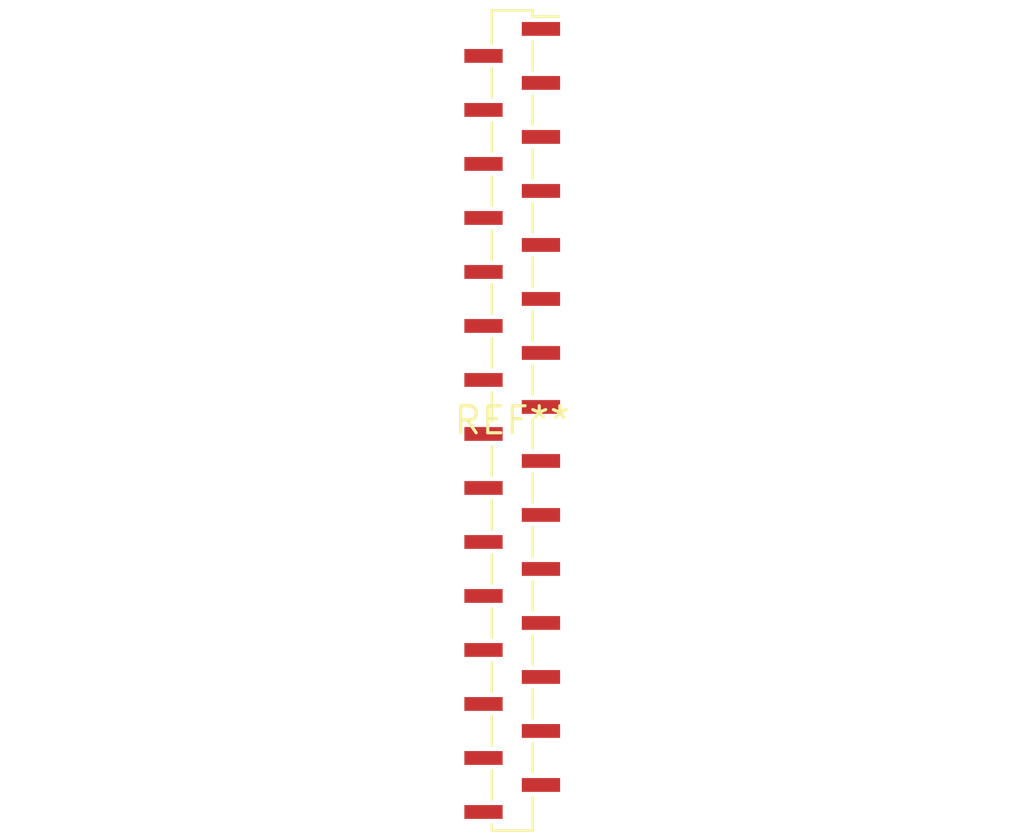
<source format=kicad_pcb>
(kicad_pcb (version 20240108) (generator pcbnew)
  (layers (0 "F.Cu" signal) (31 "B.Cu" signal) (34 "B.Paste" user) (35 "F.Paste" user) (36 "B.SilkS" user "B.Silkscreen") (37 "F.SilkS" user "F.Silkscreen") (38 "B.Mask" user) (39 "F.Mask" user) (44 "Edge.Cuts" user))
  (net 0 "")
  (footprint "PinSocket_1x30_P1.27mm_Vertical_SMD_Pin1Right" (layer "F.Cu") (at 0 0)
    (property "Reference" "REF**")
    (property "Value" "PinSocket_1x30_P1.27mm_Vertical_SMD_Pin1Right")
    (fp_line (start -0.96 -19.285) (end -0.96 -17.73) (layer "F.SilkS") (stroke (width 0.12)))
    (fp_line (start -0.96 -19.285) (end 0.96 -19.285) (layer "F.SilkS") (stroke (width 0.12)))
    (fp_line (start -0.96 -16.56) (end -0.96 -15.19) (layer "F.SilkS") (stroke (width 0.12)))
    (fp_line (start -0.96 -14.02) (end -0.96 -12.65) (layer "F.SilkS") (stroke (width 0.12)))
    (fp_line (start -0.96 -11.48) (end -0.96 -10.11) (layer "F.SilkS") (stroke (width 0.12)))
    (fp_line (start -0.96 -8.94) (end -0.96 -7.57) (layer "F.SilkS") (stroke (width 0.12)))
    (fp_line (start -0.96 -6.4) (end -0.96 -5.03) (layer "F.SilkS") (stroke (width 0.12)))
    (fp_line (start -0.96 -3.86) (end -0.96 -2.49) (layer "F.SilkS") (stroke (width 0.12)))
    (fp_line (start -0.96 -1.32) (end -0.96 0.05) (layer "F.SilkS") (stroke (width 0.12)))
    (fp_line (start -0.96 1.22) (end -0.96 2.59) (layer "F.SilkS") (stroke (width 0.12)))
    (fp_line (start -0.96 3.76) (end -0.96 5.13) (layer "F.SilkS") (stroke (width 0.12)))
    (fp_line (start -0.96 6.3) (end -0.96 7.67) (layer "F.SilkS") (stroke (width 0.12)))
    (fp_line (start -0.96 8.84) (end -0.96 10.21) (layer "F.SilkS") (stroke (width 0.12)))
    (fp_line (start -0.96 11.38) (end -0.96 12.75) (layer "F.SilkS") (stroke (width 0.12)))
    (fp_line (start -0.96 13.92) (end -0.96 15.29) (layer "F.SilkS") (stroke (width 0.12)))
    (fp_line (start -0.96 16.46) (end -0.96 17.83) (layer "F.SilkS") (stroke (width 0.12)))
    (fp_line (start -0.96 19) (end -0.96 19.285) (layer "F.SilkS") (stroke (width 0.12)))
    (fp_line (start -0.96 19.285) (end 0.96 19.285) (layer "F.SilkS") (stroke (width 0.12)))
    (fp_line (start 0.96 -19.285) (end 0.96 -19) (layer "F.SilkS") (stroke (width 0.12)))
    (fp_line (start 0.96 -19) (end 2.19 -19) (layer "F.SilkS") (stroke (width 0.12)))
    (fp_line (start 0.96 -17.83) (end 0.96 -16.46) (layer "F.SilkS") (stroke (width 0.12)))
    (fp_line (start 0.96 -15.29) (end 0.96 -13.92) (layer "F.SilkS") (stroke (width 0.12)))
    (fp_line (start 0.96 -12.75) (end 0.96 -11.38) (layer "F.SilkS") (stroke (width 0.12)))
    (fp_line (start 0.96 -10.21) (end 0.96 -8.84) (layer "F.SilkS") (stroke (width 0.12)))
    (fp_line (start 0.96 -7.67) (end 0.96 -6.3) (layer "F.SilkS") (stroke (width 0.12)))
    (fp_line (start 0.96 -5.13) (end 0.96 -3.76) (layer "F.SilkS") (stroke (width 0.12)))
    (fp_line (start 0.96 -2.59) (end 0.96 -1.22) (layer "F.SilkS") (stroke (width 0.12)))
    (fp_line (start 0.96 -0.05) (end 0.96 1.32) (layer "F.SilkS") (stroke (width 0.12)))
    (fp_line (start 0.96 2.49) (end 0.96 3.86) (layer "F.SilkS") (stroke (width 0.12)))
    (fp_line (start 0.96 5.03) (end 0.96 6.4) (layer "F.SilkS") (stroke (width 0.12)))
    (fp_line (start 0.96 7.57) (end 0.96 8.94) (layer "F.SilkS") (stroke (width 0.12)))
    (fp_line (start 0.96 10.11) (end 0.96 11.48) (layer "F.SilkS") (stroke (width 0.12)))
    (fp_line (start 0.96 12.65) (end 0.96 14.02) (layer "F.SilkS") (stroke (width 0.12)))
    (fp_line (start 0.96 15.19) (end 0.96 16.56) (layer "F.SilkS") (stroke (width 0.12)))
    (fp_line (start 0.96 17.73) (end 0.96 19.285) (layer "F.SilkS") (stroke (width 0.12)))
    (pad "1" smd rect (at 1.35 -18.415) (size 1.8 0.65) (layers "F.Cu" "F.Paste" "F.Mask"))
    (pad "2" smd rect (at -1.35 -17.145) (size 1.8 0.65) (layers "F.Cu" "F.Paste" "F.Mask"))
    (pad "3" smd rect (at 1.35 -15.875) (size 1.8 0.65) (layers "F.Cu" "F.Paste" "F.Mask"))
    (pad "4" smd rect (at -1.35 -14.605) (size 1.8 0.65) (layers "F.Cu" "F.Paste" "F.Mask"))
    (pad "5" smd rect (at 1.35 -13.335) (size 1.8 0.65) (layers "F.Cu" "F.Paste" "F.Mask"))
    (pad "6" smd rect (at -1.35 -12.065) (size 1.8 0.65) (layers "F.Cu" "F.Paste" "F.Mask"))
    (pad "7" smd rect (at 1.35 -10.795) (size 1.8 0.65) (layers "F.Cu" "F.Paste" "F.Mask"))
    (pad "8" smd rect (at -1.35 -9.525) (size 1.8 0.65) (layers "F.Cu" "F.Paste" "F.Mask"))
    (pad "9" smd rect (at 1.35 -8.255) (size 1.8 0.65) (layers "F.Cu" "F.Paste" "F.Mask"))
    (pad "10" smd rect (at -1.35 -6.985) (size 1.8 0.65) (layers "F.Cu" "F.Paste" "F.Mask"))
    (pad "11" smd rect (at 1.35 -5.715) (size 1.8 0.65) (layers "F.Cu" "F.Paste" "F.Mask"))
    (pad "12" smd rect (at -1.35 -4.445) (size 1.8 0.65) (layers "F.Cu" "F.Paste" "F.Mask"))
    (pad "13" smd rect (at 1.35 -3.175) (size 1.8 0.65) (layers "F.Cu" "F.Paste" "F.Mask"))
    (pad "14" smd rect (at -1.35 -1.905) (size 1.8 0.65) (layers "F.Cu" "F.Paste" "F.Mask"))
    (pad "15" smd rect (at 1.35 -0.635) (size 1.8 0.65) (layers "F.Cu" "F.Paste" "F.Mask"))
    (pad "16" smd rect (at -1.35 0.635) (size 1.8 0.65) (layers "F.Cu" "F.Paste" "F.Mask"))
    (pad "17" smd rect (at 1.35 1.905) (size 1.8 0.65) (layers "F.Cu" "F.Paste" "F.Mask"))
    (pad "18" smd rect (at -1.35 3.175) (size 1.8 0.65) (layers "F.Cu" "F.Paste" "F.Mask"))
    (pad "19" smd rect (at 1.35 4.445) (size 1.8 0.65) (layers "F.Cu" "F.Paste" "F.Mask"))
    (pad "20" smd rect (at -1.35 5.715) (size 1.8 0.65) (layers "F.Cu" "F.Paste" "F.Mask"))
    (pad "21" smd rect (at 1.35 6.985) (size 1.8 0.65) (layers "F.Cu" "F.Paste" "F.Mask"))
    (pad "22" smd rect (at -1.35 8.255) (size 1.8 0.65) (layers "F.Cu" "F.Paste" "F.Mask"))
    (pad "23" smd rect (at 1.35 9.525) (size 1.8 0.65) (layers "F.Cu" "F.Paste" "F.Mask"))
    (pad "24" smd rect (at -1.35 10.795) (size 1.8 0.65) (layers "F.Cu" "F.Paste" "F.Mask"))
    (pad "25" smd rect (at 1.35 12.065) (size 1.8 0.65) (layers "F.Cu" "F.Paste" "F.Mask"))
    (pad "26" smd rect (at -1.35 13.335) (size 1.8 0.65) (layers "F.Cu" "F.Paste" "F.Mask"))
    (pad "27" smd rect (at 1.35 14.605) (size 1.8 0.65) (layers "F.Cu" "F.Paste" "F.Mask"))
    (pad "28" smd rect (at -1.35 15.875) (size 1.8 0.65) (layers "F.Cu" "F.Paste" "F.Mask"))
    (pad "29" smd rect (at 1.35 17.145) (size 1.8 0.65) (layers "F.Cu" "F.Paste" "F.Mask"))
    (pad "30" smd rect (at -1.35 18.415) (size 1.8 0.65) (layers "F.Cu" "F.Paste" "F.Mask"))
  )
)
</source>
